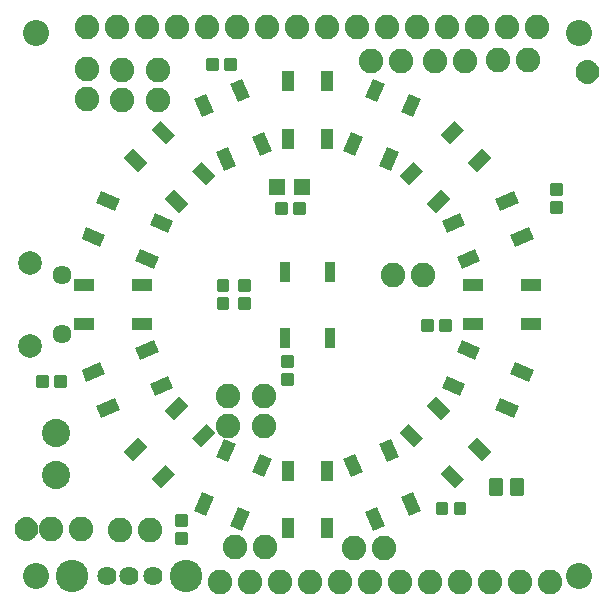
<source format=gts>
G04 EAGLE Gerber RS-274X export*
G75*
%MOMM*%
%FSLAX34Y34*%
%LPD*%
%INSoldermask Top*%
%IPPOS*%
%AMOC8*
5,1,8,0,0,1.08239X$1,22.5*%
G01*
%ADD10C,2.203200*%
%ADD11C,1.203200*%
%ADD12C,0.500000*%
%ADD13C,0.463294*%
%ADD14C,0.425956*%
%ADD15R,1.403200X1.403200*%
%ADD16C,2.387600*%
%ADD17R,1.703200X1.103200*%
%ADD18R,1.103200X1.703200*%
%ADD19C,2.082800*%
%ADD20C,1.625600*%
%ADD21C,2.743200*%
%ADD22R,0.965200X1.727200*%
%ADD23C,1.611200*%
%ADD24C,2.003200*%


D10*
X25000Y21000D03*
X485000Y21000D03*
X485000Y481000D03*
X25000Y481000D03*
D11*
X492000Y448000D03*
D12*
X492000Y455500D02*
X491819Y455498D01*
X491638Y455491D01*
X491457Y455480D01*
X491276Y455465D01*
X491096Y455445D01*
X490916Y455421D01*
X490737Y455393D01*
X490559Y455360D01*
X490382Y455323D01*
X490205Y455282D01*
X490030Y455237D01*
X489855Y455187D01*
X489682Y455133D01*
X489511Y455075D01*
X489340Y455013D01*
X489172Y454946D01*
X489005Y454876D01*
X488839Y454802D01*
X488676Y454723D01*
X488515Y454641D01*
X488355Y454555D01*
X488198Y454465D01*
X488043Y454371D01*
X487890Y454274D01*
X487740Y454172D01*
X487592Y454068D01*
X487446Y453959D01*
X487304Y453848D01*
X487164Y453732D01*
X487027Y453614D01*
X486892Y453492D01*
X486761Y453367D01*
X486633Y453239D01*
X486508Y453108D01*
X486386Y452973D01*
X486268Y452836D01*
X486152Y452696D01*
X486041Y452554D01*
X485932Y452408D01*
X485828Y452260D01*
X485726Y452110D01*
X485629Y451957D01*
X485535Y451802D01*
X485445Y451645D01*
X485359Y451485D01*
X485277Y451324D01*
X485198Y451161D01*
X485124Y450995D01*
X485054Y450828D01*
X484987Y450660D01*
X484925Y450489D01*
X484867Y450318D01*
X484813Y450145D01*
X484763Y449970D01*
X484718Y449795D01*
X484677Y449618D01*
X484640Y449441D01*
X484607Y449263D01*
X484579Y449084D01*
X484555Y448904D01*
X484535Y448724D01*
X484520Y448543D01*
X484509Y448362D01*
X484502Y448181D01*
X484500Y448000D01*
X492000Y455500D02*
X492181Y455498D01*
X492362Y455491D01*
X492543Y455480D01*
X492724Y455465D01*
X492904Y455445D01*
X493084Y455421D01*
X493263Y455393D01*
X493441Y455360D01*
X493618Y455323D01*
X493795Y455282D01*
X493970Y455237D01*
X494145Y455187D01*
X494318Y455133D01*
X494489Y455075D01*
X494660Y455013D01*
X494828Y454946D01*
X494995Y454876D01*
X495161Y454802D01*
X495324Y454723D01*
X495485Y454641D01*
X495645Y454555D01*
X495802Y454465D01*
X495957Y454371D01*
X496110Y454274D01*
X496260Y454172D01*
X496408Y454068D01*
X496554Y453959D01*
X496696Y453848D01*
X496836Y453732D01*
X496973Y453614D01*
X497108Y453492D01*
X497239Y453367D01*
X497367Y453239D01*
X497492Y453108D01*
X497614Y452973D01*
X497732Y452836D01*
X497848Y452696D01*
X497959Y452554D01*
X498068Y452408D01*
X498172Y452260D01*
X498274Y452110D01*
X498371Y451957D01*
X498465Y451802D01*
X498555Y451645D01*
X498641Y451485D01*
X498723Y451324D01*
X498802Y451161D01*
X498876Y450995D01*
X498946Y450828D01*
X499013Y450660D01*
X499075Y450489D01*
X499133Y450318D01*
X499187Y450145D01*
X499237Y449970D01*
X499282Y449795D01*
X499323Y449618D01*
X499360Y449441D01*
X499393Y449263D01*
X499421Y449084D01*
X499445Y448904D01*
X499465Y448724D01*
X499480Y448543D01*
X499491Y448362D01*
X499498Y448181D01*
X499500Y448000D01*
X499498Y447819D01*
X499491Y447638D01*
X499480Y447457D01*
X499465Y447276D01*
X499445Y447096D01*
X499421Y446916D01*
X499393Y446737D01*
X499360Y446559D01*
X499323Y446382D01*
X499282Y446205D01*
X499237Y446030D01*
X499187Y445855D01*
X499133Y445682D01*
X499075Y445511D01*
X499013Y445340D01*
X498946Y445172D01*
X498876Y445005D01*
X498802Y444839D01*
X498723Y444676D01*
X498641Y444515D01*
X498555Y444355D01*
X498465Y444198D01*
X498371Y444043D01*
X498274Y443890D01*
X498172Y443740D01*
X498068Y443592D01*
X497959Y443446D01*
X497848Y443304D01*
X497732Y443164D01*
X497614Y443027D01*
X497492Y442892D01*
X497367Y442761D01*
X497239Y442633D01*
X497108Y442508D01*
X496973Y442386D01*
X496836Y442268D01*
X496696Y442152D01*
X496554Y442041D01*
X496408Y441932D01*
X496260Y441828D01*
X496110Y441726D01*
X495957Y441629D01*
X495802Y441535D01*
X495645Y441445D01*
X495485Y441359D01*
X495324Y441277D01*
X495161Y441198D01*
X494995Y441124D01*
X494828Y441054D01*
X494660Y440987D01*
X494489Y440925D01*
X494318Y440867D01*
X494145Y440813D01*
X493970Y440763D01*
X493795Y440718D01*
X493618Y440677D01*
X493441Y440640D01*
X493263Y440607D01*
X493084Y440579D01*
X492904Y440555D01*
X492724Y440535D01*
X492543Y440520D01*
X492362Y440509D01*
X492181Y440502D01*
X492000Y440500D01*
X491819Y440502D01*
X491638Y440509D01*
X491457Y440520D01*
X491276Y440535D01*
X491096Y440555D01*
X490916Y440579D01*
X490737Y440607D01*
X490559Y440640D01*
X490382Y440677D01*
X490205Y440718D01*
X490030Y440763D01*
X489855Y440813D01*
X489682Y440867D01*
X489511Y440925D01*
X489340Y440987D01*
X489172Y441054D01*
X489005Y441124D01*
X488839Y441198D01*
X488676Y441277D01*
X488515Y441359D01*
X488355Y441445D01*
X488198Y441535D01*
X488043Y441629D01*
X487890Y441726D01*
X487740Y441828D01*
X487592Y441932D01*
X487446Y442041D01*
X487304Y442152D01*
X487164Y442268D01*
X487027Y442386D01*
X486892Y442508D01*
X486761Y442633D01*
X486633Y442761D01*
X486508Y442892D01*
X486386Y443027D01*
X486268Y443164D01*
X486152Y443304D01*
X486041Y443446D01*
X485932Y443592D01*
X485828Y443740D01*
X485726Y443890D01*
X485629Y444043D01*
X485535Y444198D01*
X485445Y444355D01*
X485359Y444515D01*
X485277Y444676D01*
X485198Y444839D01*
X485124Y445005D01*
X485054Y445172D01*
X484987Y445340D01*
X484925Y445511D01*
X484867Y445682D01*
X484813Y445855D01*
X484763Y446030D01*
X484718Y446205D01*
X484677Y446382D01*
X484640Y446559D01*
X484607Y446737D01*
X484579Y446916D01*
X484555Y447096D01*
X484535Y447276D01*
X484520Y447457D01*
X484509Y447638D01*
X484502Y447819D01*
X484500Y448000D01*
D11*
X17000Y61000D03*
D12*
X17000Y68500D02*
X16819Y68498D01*
X16638Y68491D01*
X16457Y68480D01*
X16276Y68465D01*
X16096Y68445D01*
X15916Y68421D01*
X15737Y68393D01*
X15559Y68360D01*
X15382Y68323D01*
X15205Y68282D01*
X15030Y68237D01*
X14855Y68187D01*
X14682Y68133D01*
X14511Y68075D01*
X14340Y68013D01*
X14172Y67946D01*
X14005Y67876D01*
X13839Y67802D01*
X13676Y67723D01*
X13515Y67641D01*
X13355Y67555D01*
X13198Y67465D01*
X13043Y67371D01*
X12890Y67274D01*
X12740Y67172D01*
X12592Y67068D01*
X12446Y66959D01*
X12304Y66848D01*
X12164Y66732D01*
X12027Y66614D01*
X11892Y66492D01*
X11761Y66367D01*
X11633Y66239D01*
X11508Y66108D01*
X11386Y65973D01*
X11268Y65836D01*
X11152Y65696D01*
X11041Y65554D01*
X10932Y65408D01*
X10828Y65260D01*
X10726Y65110D01*
X10629Y64957D01*
X10535Y64802D01*
X10445Y64645D01*
X10359Y64485D01*
X10277Y64324D01*
X10198Y64161D01*
X10124Y63995D01*
X10054Y63828D01*
X9987Y63660D01*
X9925Y63489D01*
X9867Y63318D01*
X9813Y63145D01*
X9763Y62970D01*
X9718Y62795D01*
X9677Y62618D01*
X9640Y62441D01*
X9607Y62263D01*
X9579Y62084D01*
X9555Y61904D01*
X9535Y61724D01*
X9520Y61543D01*
X9509Y61362D01*
X9502Y61181D01*
X9500Y61000D01*
X17000Y68500D02*
X17181Y68498D01*
X17362Y68491D01*
X17543Y68480D01*
X17724Y68465D01*
X17904Y68445D01*
X18084Y68421D01*
X18263Y68393D01*
X18441Y68360D01*
X18618Y68323D01*
X18795Y68282D01*
X18970Y68237D01*
X19145Y68187D01*
X19318Y68133D01*
X19489Y68075D01*
X19660Y68013D01*
X19828Y67946D01*
X19995Y67876D01*
X20161Y67802D01*
X20324Y67723D01*
X20485Y67641D01*
X20645Y67555D01*
X20802Y67465D01*
X20957Y67371D01*
X21110Y67274D01*
X21260Y67172D01*
X21408Y67068D01*
X21554Y66959D01*
X21696Y66848D01*
X21836Y66732D01*
X21973Y66614D01*
X22108Y66492D01*
X22239Y66367D01*
X22367Y66239D01*
X22492Y66108D01*
X22614Y65973D01*
X22732Y65836D01*
X22848Y65696D01*
X22959Y65554D01*
X23068Y65408D01*
X23172Y65260D01*
X23274Y65110D01*
X23371Y64957D01*
X23465Y64802D01*
X23555Y64645D01*
X23641Y64485D01*
X23723Y64324D01*
X23802Y64161D01*
X23876Y63995D01*
X23946Y63828D01*
X24013Y63660D01*
X24075Y63489D01*
X24133Y63318D01*
X24187Y63145D01*
X24237Y62970D01*
X24282Y62795D01*
X24323Y62618D01*
X24360Y62441D01*
X24393Y62263D01*
X24421Y62084D01*
X24445Y61904D01*
X24465Y61724D01*
X24480Y61543D01*
X24491Y61362D01*
X24498Y61181D01*
X24500Y61000D01*
X24498Y60819D01*
X24491Y60638D01*
X24480Y60457D01*
X24465Y60276D01*
X24445Y60096D01*
X24421Y59916D01*
X24393Y59737D01*
X24360Y59559D01*
X24323Y59382D01*
X24282Y59205D01*
X24237Y59030D01*
X24187Y58855D01*
X24133Y58682D01*
X24075Y58511D01*
X24013Y58340D01*
X23946Y58172D01*
X23876Y58005D01*
X23802Y57839D01*
X23723Y57676D01*
X23641Y57515D01*
X23555Y57355D01*
X23465Y57198D01*
X23371Y57043D01*
X23274Y56890D01*
X23172Y56740D01*
X23068Y56592D01*
X22959Y56446D01*
X22848Y56304D01*
X22732Y56164D01*
X22614Y56027D01*
X22492Y55892D01*
X22367Y55761D01*
X22239Y55633D01*
X22108Y55508D01*
X21973Y55386D01*
X21836Y55268D01*
X21696Y55152D01*
X21554Y55041D01*
X21408Y54932D01*
X21260Y54828D01*
X21110Y54726D01*
X20957Y54629D01*
X20802Y54535D01*
X20645Y54445D01*
X20485Y54359D01*
X20324Y54277D01*
X20161Y54198D01*
X19995Y54124D01*
X19828Y54054D01*
X19660Y53987D01*
X19489Y53925D01*
X19318Y53867D01*
X19145Y53813D01*
X18970Y53763D01*
X18795Y53718D01*
X18618Y53677D01*
X18441Y53640D01*
X18263Y53607D01*
X18084Y53579D01*
X17904Y53555D01*
X17724Y53535D01*
X17543Y53520D01*
X17362Y53509D01*
X17181Y53502D01*
X17000Y53500D01*
X16819Y53502D01*
X16638Y53509D01*
X16457Y53520D01*
X16276Y53535D01*
X16096Y53555D01*
X15916Y53579D01*
X15737Y53607D01*
X15559Y53640D01*
X15382Y53677D01*
X15205Y53718D01*
X15030Y53763D01*
X14855Y53813D01*
X14682Y53867D01*
X14511Y53925D01*
X14340Y53987D01*
X14172Y54054D01*
X14005Y54124D01*
X13839Y54198D01*
X13676Y54277D01*
X13515Y54359D01*
X13355Y54445D01*
X13198Y54535D01*
X13043Y54629D01*
X12890Y54726D01*
X12740Y54828D01*
X12592Y54932D01*
X12446Y55041D01*
X12304Y55152D01*
X12164Y55268D01*
X12027Y55386D01*
X11892Y55508D01*
X11761Y55633D01*
X11633Y55761D01*
X11508Y55892D01*
X11386Y56027D01*
X11268Y56164D01*
X11152Y56304D01*
X11041Y56446D01*
X10932Y56592D01*
X10828Y56740D01*
X10726Y56890D01*
X10629Y57043D01*
X10535Y57198D01*
X10445Y57355D01*
X10359Y57515D01*
X10277Y57676D01*
X10198Y57839D01*
X10124Y58005D01*
X10054Y58172D01*
X9987Y58340D01*
X9925Y58511D01*
X9867Y58682D01*
X9813Y58855D01*
X9763Y59030D01*
X9718Y59205D01*
X9677Y59382D01*
X9640Y59559D01*
X9607Y59737D01*
X9579Y59916D01*
X9555Y60096D01*
X9535Y60276D01*
X9520Y60457D01*
X9509Y60638D01*
X9502Y60819D01*
X9500Y61000D01*
D13*
X410330Y91315D02*
X417890Y91315D01*
X410330Y91315D02*
X410330Y102685D01*
X417890Y102685D01*
X417890Y91315D01*
X417890Y95716D02*
X410330Y95716D01*
X410330Y100117D02*
X417890Y100117D01*
X428110Y91315D02*
X435670Y91315D01*
X428110Y91315D02*
X428110Y102685D01*
X435670Y102685D01*
X435670Y91315D01*
X435670Y95716D02*
X428110Y95716D01*
X428110Y100117D02*
X435670Y100117D01*
D14*
X204331Y249049D02*
X204331Y255711D01*
X204331Y249049D02*
X197669Y249049D01*
X197669Y255711D01*
X204331Y255711D01*
X204331Y253096D02*
X197669Y253096D01*
X204331Y264289D02*
X204331Y270951D01*
X204331Y264289D02*
X197669Y264289D01*
X197669Y270951D01*
X204331Y270951D01*
X204331Y268336D02*
X197669Y268336D01*
X179669Y270951D02*
X179669Y264289D01*
X179669Y270951D02*
X186331Y270951D01*
X186331Y264289D01*
X179669Y264289D01*
X179669Y268336D02*
X186331Y268336D01*
X179669Y255711D02*
X179669Y249049D01*
X179669Y255711D02*
X186331Y255711D01*
X186331Y249049D01*
X179669Y249049D01*
X179669Y253096D02*
X186331Y253096D01*
D15*
X250500Y351000D03*
X229500Y351000D03*
D14*
X229049Y329669D02*
X235711Y329669D01*
X229049Y329669D02*
X229049Y336331D01*
X235711Y336331D01*
X235711Y329669D01*
X235711Y333716D02*
X229049Y333716D01*
X244289Y329669D02*
X250951Y329669D01*
X244289Y329669D02*
X244289Y336331D01*
X250951Y336331D01*
X250951Y329669D01*
X250951Y333716D02*
X244289Y333716D01*
D16*
X42000Y142000D03*
X42000Y107000D03*
D17*
X444500Y234500D03*
X444500Y267500D03*
X395500Y234500D03*
X395500Y267500D03*
G36*
X426411Y310112D02*
X442145Y316630D01*
X446367Y306438D01*
X430633Y299920D01*
X426411Y310112D01*
G37*
G36*
X413783Y340600D02*
X429517Y347118D01*
X433739Y336926D01*
X418005Y330408D01*
X413783Y340600D01*
G37*
G36*
X381141Y291360D02*
X396875Y297878D01*
X401097Y287686D01*
X385363Y281168D01*
X381141Y291360D01*
G37*
G36*
X368513Y321848D02*
X384247Y328366D01*
X388469Y318174D01*
X372735Y311656D01*
X368513Y321848D01*
G37*
G36*
X390742Y371208D02*
X402785Y383251D01*
X410586Y375450D01*
X398543Y363407D01*
X390742Y371208D01*
G37*
G36*
X367407Y394543D02*
X379450Y406586D01*
X387251Y398785D01*
X375208Y386742D01*
X367407Y394543D01*
G37*
G36*
X356094Y336560D02*
X368137Y348603D01*
X375938Y340802D01*
X363895Y328759D01*
X356094Y336560D01*
G37*
G36*
X332759Y359895D02*
X344802Y371938D01*
X352603Y364137D01*
X340560Y352094D01*
X332759Y359895D01*
G37*
G36*
X334408Y414005D02*
X340926Y429739D01*
X351118Y425517D01*
X344600Y409783D01*
X334408Y414005D01*
G37*
G36*
X303920Y426633D02*
X310438Y442367D01*
X320630Y438145D01*
X314112Y422411D01*
X303920Y426633D01*
G37*
G36*
X315656Y368735D02*
X322174Y384469D01*
X332366Y380247D01*
X325848Y364513D01*
X315656Y368735D01*
G37*
G36*
X285168Y381363D02*
X291686Y397097D01*
X301878Y392875D01*
X295360Y377141D01*
X285168Y381363D01*
G37*
D18*
X271500Y440500D03*
X238500Y440500D03*
X271500Y391500D03*
X238500Y391500D03*
D17*
G36*
X195888Y422411D02*
X189370Y438145D01*
X199562Y442367D01*
X206080Y426633D01*
X195888Y422411D01*
G37*
G36*
X165400Y409783D02*
X158882Y425517D01*
X169074Y429739D01*
X175592Y414005D01*
X165400Y409783D01*
G37*
G36*
X214640Y377141D02*
X208122Y392875D01*
X218314Y397097D01*
X224832Y381363D01*
X214640Y377141D01*
G37*
G36*
X184152Y364513D02*
X177634Y380247D01*
X187826Y384469D01*
X194344Y368735D01*
X184152Y364513D01*
G37*
G36*
X134792Y386742D02*
X122749Y398785D01*
X130550Y406586D01*
X142593Y394543D01*
X134792Y386742D01*
G37*
G36*
X111457Y363407D02*
X99414Y375450D01*
X107215Y383251D01*
X119258Y371208D01*
X111457Y363407D01*
G37*
G36*
X169440Y352094D02*
X157397Y364137D01*
X165198Y371938D01*
X177241Y359895D01*
X169440Y352094D01*
G37*
G36*
X146105Y328759D02*
X134062Y340802D01*
X141863Y348603D01*
X153906Y336560D01*
X146105Y328759D01*
G37*
G36*
X91995Y330408D02*
X76261Y336926D01*
X80483Y347118D01*
X96217Y340600D01*
X91995Y330408D01*
G37*
G36*
X79367Y299920D02*
X63633Y306438D01*
X67855Y316630D01*
X83589Y310112D01*
X79367Y299920D01*
G37*
G36*
X137265Y311656D02*
X121531Y318174D01*
X125753Y328366D01*
X141487Y321848D01*
X137265Y311656D01*
G37*
G36*
X124637Y281168D02*
X108903Y287686D01*
X113125Y297878D01*
X128859Y291360D01*
X124637Y281168D01*
G37*
D14*
X468331Y330049D02*
X468331Y336711D01*
X468331Y330049D02*
X461669Y330049D01*
X461669Y336711D01*
X468331Y336711D01*
X468331Y334096D02*
X461669Y334096D01*
X468331Y345289D02*
X468331Y351951D01*
X468331Y345289D02*
X461669Y345289D01*
X461669Y351951D01*
X468331Y351951D01*
X468331Y349336D02*
X461669Y349336D01*
X192951Y458331D02*
X186289Y458331D01*
X192951Y458331D02*
X192951Y451669D01*
X186289Y451669D01*
X186289Y458331D01*
X186289Y455716D02*
X192951Y455716D01*
X177711Y458331D02*
X171049Y458331D01*
X177711Y458331D02*
X177711Y451669D01*
X171049Y451669D01*
X171049Y458331D01*
X171049Y455716D02*
X177711Y455716D01*
X48951Y189331D02*
X42289Y189331D01*
X48951Y189331D02*
X48951Y182669D01*
X42289Y182669D01*
X42289Y189331D01*
X42289Y186716D02*
X48951Y186716D01*
X33711Y189331D02*
X27049Y189331D01*
X33711Y189331D02*
X33711Y182669D01*
X27049Y182669D01*
X27049Y189331D01*
X27049Y186716D02*
X33711Y186716D01*
X144669Y71951D02*
X144669Y65289D01*
X144669Y71951D02*
X151331Y71951D01*
X151331Y65289D01*
X144669Y65289D01*
X144669Y69336D02*
X151331Y69336D01*
X144669Y56711D02*
X144669Y50049D01*
X144669Y56711D02*
X151331Y56711D01*
X151331Y50049D01*
X144669Y50049D01*
X144669Y54096D02*
X151331Y54096D01*
X380289Y82331D02*
X386951Y82331D01*
X386951Y75669D01*
X380289Y75669D01*
X380289Y82331D01*
X380289Y79716D02*
X386951Y79716D01*
X371711Y82331D02*
X365049Y82331D01*
X371711Y82331D02*
X371711Y75669D01*
X365049Y75669D01*
X365049Y82331D01*
X365049Y79716D02*
X371711Y79716D01*
D17*
X65500Y267500D03*
X65500Y234500D03*
X114500Y267500D03*
X114500Y234500D03*
G36*
X83589Y191888D02*
X67855Y185370D01*
X63633Y195562D01*
X79367Y202080D01*
X83589Y191888D01*
G37*
G36*
X96217Y161400D02*
X80483Y154882D01*
X76261Y165074D01*
X91995Y171592D01*
X96217Y161400D01*
G37*
G36*
X128859Y210640D02*
X113125Y204122D01*
X108903Y214314D01*
X124637Y220832D01*
X128859Y210640D01*
G37*
G36*
X141487Y180152D02*
X125753Y173634D01*
X121531Y183826D01*
X137265Y190344D01*
X141487Y180152D01*
G37*
G36*
X119258Y130792D02*
X107215Y118749D01*
X99414Y126550D01*
X111457Y138593D01*
X119258Y130792D01*
G37*
G36*
X142593Y107457D02*
X130550Y95414D01*
X122749Y103215D01*
X134792Y115258D01*
X142593Y107457D01*
G37*
G36*
X153906Y165440D02*
X141863Y153397D01*
X134062Y161198D01*
X146105Y173241D01*
X153906Y165440D01*
G37*
G36*
X177241Y142105D02*
X165198Y130062D01*
X157397Y137863D01*
X169440Y149906D01*
X177241Y142105D01*
G37*
G36*
X175592Y87995D02*
X169074Y72261D01*
X158882Y76483D01*
X165400Y92217D01*
X175592Y87995D01*
G37*
G36*
X206080Y75367D02*
X199562Y59633D01*
X189370Y63855D01*
X195888Y79589D01*
X206080Y75367D01*
G37*
G36*
X194344Y133265D02*
X187826Y117531D01*
X177634Y121753D01*
X184152Y137487D01*
X194344Y133265D01*
G37*
G36*
X224832Y120637D02*
X218314Y104903D01*
X208122Y109125D01*
X214640Y124859D01*
X224832Y120637D01*
G37*
D18*
X238500Y61500D03*
X271500Y61500D03*
X238500Y110500D03*
X271500Y110500D03*
D17*
G36*
X314112Y79589D02*
X320630Y63855D01*
X310438Y59633D01*
X303920Y75367D01*
X314112Y79589D01*
G37*
G36*
X344600Y92217D02*
X351118Y76483D01*
X340926Y72261D01*
X334408Y87995D01*
X344600Y92217D01*
G37*
G36*
X295360Y124859D02*
X301878Y109125D01*
X291686Y104903D01*
X285168Y120637D01*
X295360Y124859D01*
G37*
G36*
X325848Y137487D02*
X332366Y121753D01*
X322174Y117531D01*
X315656Y133265D01*
X325848Y137487D01*
G37*
G36*
X375208Y115258D02*
X387251Y103215D01*
X379450Y95414D01*
X367407Y107457D01*
X375208Y115258D01*
G37*
G36*
X398543Y138593D02*
X410586Y126550D01*
X402785Y118749D01*
X390742Y130792D01*
X398543Y138593D01*
G37*
G36*
X340560Y149906D02*
X352603Y137863D01*
X344802Y130062D01*
X332759Y142105D01*
X340560Y149906D01*
G37*
G36*
X363895Y173241D02*
X375938Y161198D01*
X368137Y153397D01*
X356094Y165440D01*
X363895Y173241D01*
G37*
G36*
X418005Y171592D02*
X433739Y165074D01*
X429517Y154882D01*
X413783Y161400D01*
X418005Y171592D01*
G37*
G36*
X430633Y202080D02*
X446367Y195562D01*
X442145Y185370D01*
X426411Y191888D01*
X430633Y202080D01*
G37*
G36*
X372735Y190344D02*
X388469Y183826D01*
X384247Y173634D01*
X368513Y180152D01*
X372735Y190344D01*
G37*
G36*
X385363Y220832D02*
X401097Y214314D01*
X396875Y204122D01*
X381141Y210640D01*
X385363Y220832D01*
G37*
D14*
X359711Y230669D02*
X353049Y230669D01*
X353049Y237331D01*
X359711Y237331D01*
X359711Y230669D01*
X359711Y234716D02*
X353049Y234716D01*
X368289Y230669D02*
X374951Y230669D01*
X368289Y230669D02*
X368289Y237331D01*
X374951Y237331D01*
X374951Y230669D01*
X374951Y234716D02*
X368289Y234716D01*
D19*
X309000Y457000D03*
X334400Y457000D03*
X442000Y458000D03*
X416600Y458000D03*
X363000Y457000D03*
X388400Y457000D03*
X68000Y425000D03*
X68000Y450400D03*
X98000Y450000D03*
X98000Y424600D03*
X327000Y276000D03*
X352400Y276000D03*
X194000Y46000D03*
X219400Y46000D03*
X294000Y45000D03*
X319400Y45000D03*
X128000Y424000D03*
X128000Y449400D03*
X96000Y60000D03*
X121400Y60000D03*
X218000Y174000D03*
X218000Y148600D03*
X63500Y61000D03*
X38100Y61000D03*
D20*
X104000Y21000D03*
D21*
X56000Y21000D03*
X152000Y21000D03*
D20*
X124000Y21000D03*
X85000Y21000D03*
D19*
X188000Y174000D03*
X188000Y148600D03*
D22*
X235950Y223060D03*
X235950Y278940D03*
X274050Y223060D03*
X274050Y278940D03*
D14*
X234169Y206951D02*
X234169Y200289D01*
X234169Y206951D02*
X240831Y206951D01*
X240831Y200289D01*
X234169Y200289D01*
X234169Y204336D02*
X240831Y204336D01*
X234169Y191711D02*
X234169Y185049D01*
X234169Y191711D02*
X240831Y191711D01*
X240831Y185049D01*
X234169Y185049D01*
X234169Y189096D02*
X240831Y189096D01*
D23*
X47000Y226000D03*
X47000Y276000D03*
D24*
X20000Y216000D03*
X20000Y286000D03*
D19*
X460000Y16000D03*
X434600Y16000D03*
X409200Y16000D03*
X383800Y16000D03*
X358400Y16000D03*
X333000Y16000D03*
X307600Y16000D03*
X282200Y16000D03*
X256800Y16000D03*
X231400Y16000D03*
X206000Y16000D03*
X180600Y16000D03*
X449000Y486000D03*
X423600Y486000D03*
X398200Y486000D03*
X372800Y486000D03*
X347400Y486000D03*
X322000Y486000D03*
X296600Y486000D03*
X271200Y486000D03*
X245800Y486000D03*
X220400Y486000D03*
X195000Y486000D03*
X169600Y486000D03*
X144200Y486000D03*
X118800Y486000D03*
X93400Y486000D03*
X68000Y486000D03*
M02*

</source>
